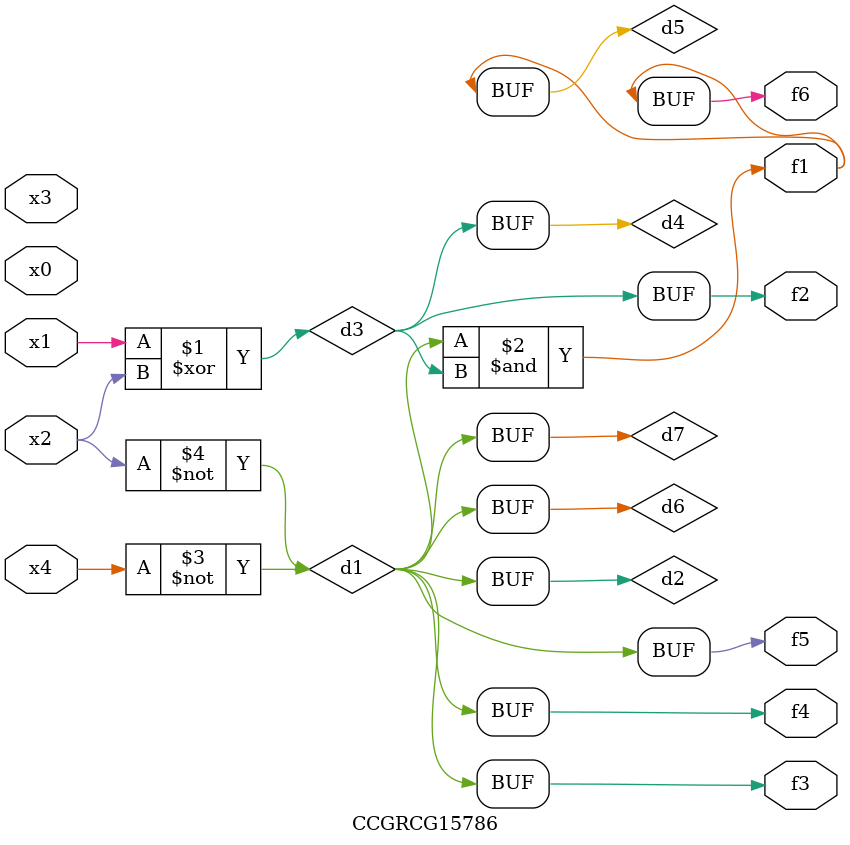
<source format=v>
module CCGRCG15786(
	input x0, x1, x2, x3, x4,
	output f1, f2, f3, f4, f5, f6
);

	wire d1, d2, d3, d4, d5, d6, d7;

	not (d1, x4);
	not (d2, x2);
	xor (d3, x1, x2);
	buf (d4, d3);
	and (d5, d1, d3);
	buf (d6, d1, d2);
	buf (d7, d2);
	assign f1 = d5;
	assign f2 = d4;
	assign f3 = d7;
	assign f4 = d7;
	assign f5 = d7;
	assign f6 = d5;
endmodule

</source>
